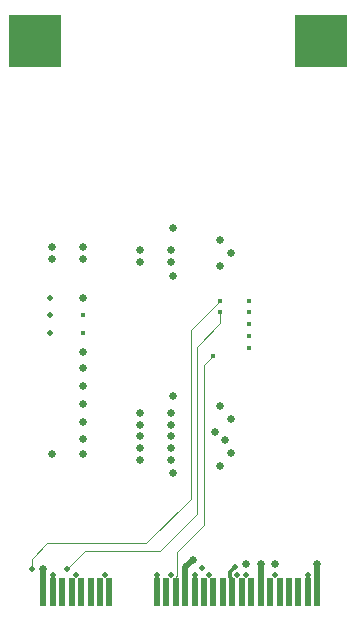
<source format=gbr>
%TF.GenerationSoftware,KiCad,Pcbnew,(6.0.1)*%
%TF.CreationDate,2022-01-21T21:00:35+01:00*%
%TF.ProjectId,apu-m2,6170752d-6d32-42e6-9b69-6361645f7063,rev?*%
%TF.SameCoordinates,Original*%
%TF.FileFunction,Copper,L4,Bot*%
%TF.FilePolarity,Positive*%
%FSLAX46Y46*%
G04 Gerber Fmt 4.6, Leading zero omitted, Abs format (unit mm)*
G04 Created by KiCad (PCBNEW (6.0.1)) date 2022-01-21 21:00:35*
%MOMM*%
%LPD*%
G01*
G04 APERTURE LIST*
%TA.AperFunction,SMDPad,CuDef*%
%ADD10R,0.600000X2.330000*%
%TD*%
%TA.AperFunction,ComponentPad*%
%ADD11R,4.500000X4.500000*%
%TD*%
%TA.AperFunction,ViaPad*%
%ADD12C,0.450000*%
%TD*%
%TA.AperFunction,ViaPad*%
%ADD13C,0.650000*%
%TD*%
%TA.AperFunction,ViaPad*%
%ADD14C,0.460000*%
%TD*%
%TA.AperFunction,Conductor*%
%ADD15C,0.100000*%
%TD*%
%TA.AperFunction,Conductor*%
%ADD16C,0.500000*%
%TD*%
%TA.AperFunction,Conductor*%
%ADD17C,0.300000*%
%TD*%
G04 APERTURE END LIST*
D10*
%TO.P,J1,2,+3V3AUX*%
%TO.N,+3V3*%
X103525000Y-101815000D03*
%TO.P,J1,4,GND*%
%TO.N,GND*%
X104325000Y-101815000D03*
%TO.P,J1,6,+1V5*%
%TO.N,unconnected-(J1-Pad6)*%
X105125000Y-101815000D03*
%TO.P,J1,8,UIM_PWR*%
%TO.N,unconnected-(J1-Pad8)*%
X105925000Y-101815000D03*
%TO.P,J1,10,UIM_DATA*%
%TO.N,unconnected-(J1-Pad10)*%
X106725000Y-101815000D03*
%TO.P,J1,12,UIM_CLK*%
%TO.N,unconnected-(J1-Pad12)*%
X107525000Y-101815000D03*
%TO.P,J1,14,~{UIM_RESET}*%
%TO.N,unconnected-(J1-Pad14)*%
X108325000Y-101815000D03*
%TO.P,J1,16,UIM_VPP*%
%TO.N,unconnected-(J1-Pad16)*%
X109125000Y-101815000D03*
%TO.P,J1,18,GND*%
%TO.N,GND*%
X113125000Y-101815000D03*
%TO.P,J1,20,~{W_DISABLE}*%
%TO.N,unconnected-(J1-Pad20)*%
X113925000Y-101815000D03*
%TO.P,J1,22,~{PERST}*%
%TO.N,Net-(J1-Pad22)*%
X114725000Y-101815000D03*
%TO.P,J1,24,+3V3AUX*%
%TO.N,+3V3*%
X115525000Y-101815000D03*
%TO.P,J1,26,GND*%
%TO.N,GND*%
X116325000Y-101815000D03*
%TO.P,J1,28,+1V5*%
%TO.N,unconnected-(J1-Pad28)*%
X117125000Y-101815000D03*
%TO.P,J1,30,SMB_CLK*%
%TO.N,unconnected-(J1-Pad30)*%
X117925000Y-101815000D03*
%TO.P,J1,32,SMB_DATA*%
%TO.N,unconnected-(J1-Pad32)*%
X118725000Y-101815000D03*
%TO.P,J1,34,GND*%
%TO.N,GND*%
X119525000Y-101815000D03*
%TO.P,J1,36,USB_D-*%
%TO.N,unconnected-(J1-Pad36)*%
X120325000Y-101815000D03*
%TO.P,J1,38,USB_D+*%
%TO.N,unconnected-(J1-Pad38)*%
X121125000Y-101815000D03*
%TO.P,J1,40,GND*%
%TO.N,GND*%
X121925000Y-101815000D03*
%TO.P,J1,42,~{LED_WWAN}*%
%TO.N,unconnected-(J1-Pad42)*%
X122725000Y-101815000D03*
%TO.P,J1,44,~{LED_WLAN}*%
%TO.N,unconnected-(J1-Pad44)*%
X123525000Y-101815000D03*
%TO.P,J1,46,~{LED_WPAN}*%
%TO.N,unconnected-(J1-Pad46)*%
X124325000Y-101815000D03*
%TO.P,J1,48,+1V5*%
%TO.N,unconnected-(J1-Pad48)*%
X125125000Y-101815000D03*
%TO.P,J1,50,GND*%
%TO.N,GND*%
X125925000Y-101815000D03*
%TO.P,J1,52,+3V3AUX*%
%TO.N,+3V3*%
X126725000Y-101815000D03*
D11*
%TO.P,J1,MH*%
%TO.N,N/C*%
X127025000Y-55150000D03*
X102825000Y-55150000D03*
%TD*%
D12*
%TO.N,Net-(J1-Pad22)*%
X117900000Y-81800000D03*
%TO.N,/~{CLKREQ}*%
X118500000Y-78100000D03*
%TO.N,/~{PEWAKE}*%
X118500000Y-77100000D03*
%TO.N,+3V3*%
X120900000Y-81100000D03*
%TO.N,GND*%
X120900000Y-80100000D03*
X120900000Y-79100000D03*
%TO.N,+3V3*%
X120900000Y-78100000D03*
X120900000Y-77100000D03*
D13*
%TO.N,GND*%
X114491297Y-91700000D03*
X114491297Y-85200000D03*
X118500000Y-91100000D03*
X118900000Y-88900000D03*
X119400000Y-90000000D03*
X118100000Y-88200000D03*
X119400000Y-87100000D03*
X118500000Y-86000000D03*
X118500000Y-74200000D03*
X119400000Y-73100000D03*
X118500000Y-72000000D03*
X114500000Y-71000000D03*
X114500000Y-75000000D03*
D12*
X106875000Y-78350000D03*
X106875000Y-79875000D03*
D13*
%TO.N,+3V3*%
X103525000Y-99800000D03*
X114325000Y-87600000D03*
X111725000Y-88600000D03*
X114325000Y-90600000D03*
X114325000Y-89600000D03*
X111725000Y-90600000D03*
X123125000Y-99400000D03*
X111725000Y-89600000D03*
X114325000Y-73850000D03*
X116175000Y-99050000D03*
X120725000Y-99400000D03*
X114325000Y-72850000D03*
X126725000Y-99400000D03*
X111725000Y-72850000D03*
X111725000Y-87600000D03*
X111725000Y-86600000D03*
X111725000Y-73850000D03*
X114325000Y-88600000D03*
X114325000Y-86600000D03*
%TO.N,GND*%
X106875000Y-90100000D03*
D14*
X123125000Y-100300000D03*
D13*
X121925000Y-99400000D03*
D14*
X106325000Y-100300000D03*
X104125000Y-78350000D03*
X113125000Y-100300000D03*
X116325000Y-100300000D03*
X119925000Y-100300000D03*
X116925000Y-99750000D03*
X104125000Y-79850000D03*
D13*
X104275000Y-90100000D03*
X106875000Y-85850000D03*
X106875000Y-81450000D03*
D14*
X125925000Y-100300000D03*
D13*
X104275000Y-72600000D03*
D14*
X119725000Y-99650000D03*
D13*
X106875000Y-84350000D03*
X106875000Y-72600000D03*
X104275000Y-73600000D03*
D14*
X104325000Y-100300000D03*
D13*
X106875000Y-87350000D03*
D14*
X117525000Y-100300000D03*
X104125000Y-76850000D03*
X108725000Y-100300000D03*
X114325000Y-100300000D03*
D13*
X106875000Y-82850000D03*
X106875000Y-73600000D03*
X106875000Y-76850000D03*
D14*
X120725000Y-100300000D03*
D13*
X106875000Y-88850000D03*
D14*
%TO.N,/~{PEWAKE}*%
X102525000Y-99800000D03*
%TO.N,/~{CLKREQ}*%
X105525000Y-99800000D03*
%TD*%
D15*
%TO.N,/~{CLKREQ}*%
X113375000Y-98300000D02*
X116500000Y-95175000D01*
%TO.N,Net-(J1-Pad22)*%
X114875000Y-98350000D02*
X117100000Y-96125000D01*
X114725000Y-101815000D02*
X114725000Y-100500000D01*
X114725000Y-100500000D02*
X114875000Y-100350000D01*
X114875000Y-100350000D02*
X114875000Y-98350000D01*
X117100000Y-96125000D02*
X117100000Y-82600000D01*
X117100000Y-82600000D02*
X117900000Y-81800000D01*
%TO.N,/~{CLKREQ}*%
X105525000Y-99800000D02*
X107025000Y-98300000D01*
X107025000Y-98300000D02*
X113375000Y-98300000D01*
X118500000Y-79000000D02*
X118500000Y-78100000D01*
X116500000Y-95175000D02*
X116500000Y-81000000D01*
X116500000Y-81000000D02*
X118500000Y-79000000D01*
%TO.N,/~{PEWAKE}*%
X118500000Y-77100000D02*
X116000000Y-79600000D01*
X116000000Y-79600000D02*
X116000000Y-93875000D01*
X116000000Y-93875000D02*
X112225000Y-97650000D01*
X112225000Y-97650000D02*
X103825000Y-97650000D01*
X103825000Y-97650000D02*
X102525000Y-98950000D01*
X102525000Y-98950000D02*
X102525000Y-99800000D01*
D16*
%TO.N,+3V3*%
X103525000Y-101815000D02*
X103525000Y-99800000D01*
X116175000Y-99050000D02*
X115525000Y-99700000D01*
X115525000Y-99700000D02*
X115525000Y-101815000D01*
X126725000Y-101815000D02*
X126725000Y-99400000D01*
D17*
%TO.N,GND*%
X104325000Y-101815000D02*
X104325000Y-100300000D01*
X119325000Y-100500000D02*
X119325000Y-100050000D01*
X116325000Y-101815000D02*
X116325000Y-100300000D01*
X119525000Y-100700000D02*
X119325000Y-100500000D01*
X125925000Y-100300000D02*
X125925000Y-101815000D01*
X119525000Y-101815000D02*
X119525000Y-100700000D01*
D16*
X121925000Y-101815000D02*
X121925000Y-99400000D01*
D17*
X113125000Y-101815000D02*
X113125000Y-100300000D01*
X119325000Y-100050000D02*
X119725000Y-99650000D01*
%TD*%
M02*

</source>
